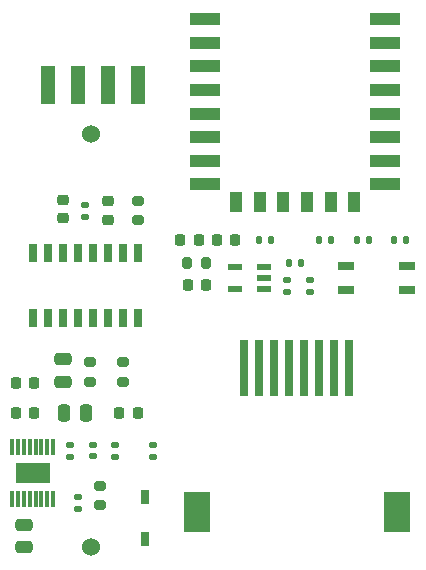
<source format=gts>
%TF.GenerationSoftware,KiCad,Pcbnew,6.0.0-d3dd2cf0fa~116~ubuntu20.04.1*%
%TF.CreationDate,2022-01-26T23:02:35+01:00*%
%TF.ProjectId,han_to_wifi_board,68616e5f-746f-45f7-9769-66695f626f61,rev?*%
%TF.SameCoordinates,Original*%
%TF.FileFunction,Soldermask,Top*%
%TF.FilePolarity,Negative*%
%FSLAX46Y46*%
G04 Gerber Fmt 4.6, Leading zero omitted, Abs format (unit mm)*
G04 Created by KiCad (PCBNEW 6.0.0-d3dd2cf0fa~116~ubuntu20.04.1) date 2022-01-26 23:02:35*
%MOMM*%
%LPD*%
G01*
G04 APERTURE LIST*
G04 Aperture macros list*
%AMRoundRect*
0 Rectangle with rounded corners*
0 $1 Rounding radius*
0 $2 $3 $4 $5 $6 $7 $8 $9 X,Y pos of 4 corners*
0 Add a 4 corners polygon primitive as box body*
4,1,4,$2,$3,$4,$5,$6,$7,$8,$9,$2,$3,0*
0 Add four circle primitives for the rounded corners*
1,1,$1+$1,$2,$3*
1,1,$1+$1,$4,$5*
1,1,$1+$1,$6,$7*
1,1,$1+$1,$8,$9*
0 Add four rect primitives between the rounded corners*
20,1,$1+$1,$2,$3,$4,$5,0*
20,1,$1+$1,$4,$5,$6,$7,0*
20,1,$1+$1,$6,$7,$8,$9,0*
20,1,$1+$1,$8,$9,$2,$3,0*%
G04 Aperture macros list end*
%ADD10RoundRect,0.140000X-0.170000X0.140000X-0.170000X-0.140000X0.170000X-0.140000X0.170000X0.140000X0*%
%ADD11RoundRect,0.225000X0.225000X0.250000X-0.225000X0.250000X-0.225000X-0.250000X0.225000X-0.250000X0*%
%ADD12RoundRect,0.250000X0.250000X0.475000X-0.250000X0.475000X-0.250000X-0.475000X0.250000X-0.475000X0*%
%ADD13RoundRect,0.250000X0.475000X-0.250000X0.475000X0.250000X-0.475000X0.250000X-0.475000X-0.250000X0*%
%ADD14RoundRect,0.250000X-0.475000X0.250000X-0.475000X-0.250000X0.475000X-0.250000X0.475000X0.250000X0*%
%ADD15RoundRect,0.147500X0.172500X-0.147500X0.172500X0.147500X-0.172500X0.147500X-0.172500X-0.147500X0*%
%ADD16RoundRect,0.218750X-0.218750X-0.256250X0.218750X-0.256250X0.218750X0.256250X-0.218750X0.256250X0*%
%ADD17RoundRect,0.135000X-0.185000X0.135000X-0.185000X-0.135000X0.185000X-0.135000X0.185000X0.135000X0*%
%ADD18RoundRect,0.135000X0.135000X0.185000X-0.135000X0.185000X-0.135000X-0.185000X0.135000X-0.185000X0*%
%ADD19RoundRect,0.135000X0.185000X-0.135000X0.185000X0.135000X-0.185000X0.135000X-0.185000X-0.135000X0*%
%ADD20RoundRect,0.135000X-0.135000X-0.185000X0.135000X-0.185000X0.135000X0.185000X-0.135000X0.185000X0*%
%ADD21RoundRect,0.200000X0.200000X0.275000X-0.200000X0.275000X-0.200000X-0.275000X0.200000X-0.275000X0*%
%ADD22RoundRect,0.200000X0.275000X-0.200000X0.275000X0.200000X-0.275000X0.200000X-0.275000X-0.200000X0*%
%ADD23RoundRect,0.200000X-0.275000X0.200000X-0.275000X-0.200000X0.275000X-0.200000X0.275000X0.200000X0*%
%ADD24R,1.270000X3.180000*%
%ADD25C,1.524000*%
%ADD26R,1.200000X0.600000*%
%ADD27R,1.450000X0.700000*%
%ADD28R,2.500000X1.000000*%
%ADD29R,1.000000X1.800000*%
%ADD30R,0.650000X1.550000*%
%ADD31RoundRect,0.225000X-0.225000X-0.250000X0.225000X-0.250000X0.225000X0.250000X-0.225000X0.250000X0*%
%ADD32RoundRect,0.225000X-0.250000X0.225000X-0.250000X-0.225000X0.250000X-0.225000X0.250000X0.225000X0*%
%ADD33RoundRect,0.225000X0.250000X-0.225000X0.250000X0.225000X-0.250000X0.225000X-0.250000X-0.225000X0*%
%ADD34R,0.300000X1.400000*%
%ADD35R,2.947000X1.753000*%
%ADD36R,0.800000X1.150000*%
%ADD37R,2.240000X3.510000*%
%ADD38R,0.760000X4.750000*%
G04 APERTURE END LIST*
D10*
%TO.C,C9*%
X119380000Y-139855000D03*
X119380000Y-140815000D03*
%TD*%
D11*
%TO.C,C8*%
X114440000Y-137160000D03*
X112890000Y-137160000D03*
%TD*%
D12*
%TO.C,C5*%
X118827500Y-137160000D03*
X116927500Y-137160000D03*
%TD*%
D13*
%TO.C,C4*%
X113538000Y-148524000D03*
X113538000Y-146624000D03*
%TD*%
D14*
%TO.C,C11*%
X116840000Y-132632500D03*
X116840000Y-134532500D03*
%TD*%
D15*
%TO.C,D2*%
X124460000Y-140882500D03*
X124460000Y-139912500D03*
%TD*%
D16*
%TO.C,D3*%
X127445000Y-126365000D03*
X129020000Y-126365000D03*
%TD*%
D17*
%TO.C,R16*%
X121285000Y-139862500D03*
X121285000Y-140882500D03*
%TD*%
%TO.C,R14*%
X117475000Y-139862500D03*
X117475000Y-140882500D03*
%TD*%
D18*
%TO.C,R13*%
X136997500Y-124460000D03*
X135977500Y-124460000D03*
%TD*%
D17*
%TO.C,R10*%
X135852500Y-125892500D03*
X135852500Y-126912500D03*
%TD*%
D19*
%TO.C,R7*%
X118745000Y-120562500D03*
X118745000Y-119542500D03*
%TD*%
%TO.C,R6*%
X118110000Y-145327500D03*
X118110000Y-144307500D03*
%TD*%
D18*
%TO.C,R4*%
X142750000Y-122555000D03*
X141730000Y-122555000D03*
%TD*%
D20*
%TO.C,R1*%
X133475000Y-122555000D03*
X134495000Y-122555000D03*
%TD*%
D18*
%TO.C,R2*%
X145925000Y-122555000D03*
X144905000Y-122555000D03*
%TD*%
%TO.C,R3*%
X139575000Y-122555000D03*
X138555000Y-122555000D03*
%TD*%
D17*
%TO.C,R8*%
X137757500Y-125892500D03*
X137757500Y-126912500D03*
%TD*%
D21*
%TO.C,R5*%
X129020000Y-124460000D03*
X127370000Y-124460000D03*
%TD*%
D22*
%TO.C,R9*%
X123190000Y-120840000D03*
X123190000Y-119190000D03*
%TD*%
D23*
%TO.C,R11*%
X121920000Y-132882500D03*
X121920000Y-134532500D03*
%TD*%
%TO.C,R12*%
X119185000Y-132882500D03*
X119185000Y-134532500D03*
%TD*%
%TO.C,R15*%
X120015000Y-143320000D03*
X120015000Y-144970000D03*
%TD*%
D24*
%TO.C,J2*%
X123190000Y-109423000D03*
X120650000Y-109423000D03*
X118110000Y-109423000D03*
X115570000Y-109423000D03*
%TD*%
D25*
%TO.C,C3*%
X119280000Y-148550000D03*
X119280000Y-113550000D03*
%TD*%
D26*
%TO.C,IC1*%
X131427500Y-126680000D03*
X131427500Y-124780000D03*
X133927500Y-124780000D03*
X133927500Y-125730000D03*
X133927500Y-126680000D03*
%TD*%
D27*
%TO.C,SW1*%
X146012500Y-126730000D03*
X140852500Y-126730000D03*
X140852500Y-124730000D03*
X146012500Y-124730000D03*
%TD*%
D28*
%TO.C,U1*%
X144125000Y-103815000D03*
X144125000Y-105815000D03*
X144125000Y-107815000D03*
X144125000Y-109815000D03*
X144125000Y-111815000D03*
X144125000Y-113815000D03*
X144125000Y-115815000D03*
X144125000Y-117815000D03*
D29*
X141525000Y-119315000D03*
X139525000Y-119315000D03*
X137525000Y-119315000D03*
X135525000Y-119315000D03*
X133525000Y-119315000D03*
X131525000Y-119315000D03*
D28*
X128925000Y-117815000D03*
X128925000Y-115815000D03*
X128925000Y-113815000D03*
X128925000Y-111815000D03*
X128925000Y-109815000D03*
X128925000Y-107815000D03*
X128925000Y-105815000D03*
X128925000Y-103815000D03*
%TD*%
D30*
%TO.C,U3*%
X123190000Y-129090000D03*
X121920000Y-129090000D03*
X120650000Y-129090000D03*
X119380000Y-129090000D03*
X118110000Y-129090000D03*
X116840000Y-129090000D03*
X115570000Y-129090000D03*
X114300000Y-129090000D03*
X114300000Y-123640000D03*
X115570000Y-123640000D03*
X116840000Y-123640000D03*
X118110000Y-123640000D03*
X119380000Y-123640000D03*
X120650000Y-123640000D03*
X121920000Y-123640000D03*
X123190000Y-123640000D03*
%TD*%
D31*
%TO.C,C10*%
X121640000Y-137160000D03*
X123190000Y-137160000D03*
%TD*%
D32*
%TO.C,C7*%
X116840000Y-120650000D03*
X116840000Y-119100000D03*
%TD*%
D33*
%TO.C,C6*%
X120650000Y-119240000D03*
X120650000Y-120790000D03*
%TD*%
D31*
%TO.C,C2*%
X131445000Y-122555000D03*
X129895000Y-122555000D03*
%TD*%
D11*
%TO.C,C1*%
X126822500Y-122555000D03*
X128372500Y-122555000D03*
%TD*%
D16*
%TO.C,L1*%
X112877500Y-134620000D03*
X114452500Y-134620000D03*
%TD*%
D34*
%TO.C,U2*%
X112550000Y-144440000D03*
X113050000Y-144440000D03*
X113550000Y-144440000D03*
X114050000Y-144440000D03*
X114550000Y-144440000D03*
X115050000Y-144440000D03*
X115550000Y-144440000D03*
X116050000Y-144440000D03*
X116050000Y-140040000D03*
X115550000Y-140040000D03*
X115050000Y-140040000D03*
X114550000Y-140040000D03*
X114050000Y-140040000D03*
X113550000Y-140040000D03*
X113050000Y-140040000D03*
X112550000Y-140040000D03*
D35*
X114300000Y-142240000D03*
%TD*%
D36*
%TO.C,D4*%
X123825000Y-147800000D03*
X123825000Y-144300000D03*
%TD*%
D37*
%TO.C,J1*%
X145112000Y-145513000D03*
X128192000Y-145513000D03*
D38*
X141097000Y-133333000D03*
X139827000Y-133333000D03*
X138557000Y-133333000D03*
X137287000Y-133333000D03*
X136017000Y-133333000D03*
X134747000Y-133333000D03*
X133477000Y-133333000D03*
X132207000Y-133333000D03*
%TD*%
M02*

</source>
